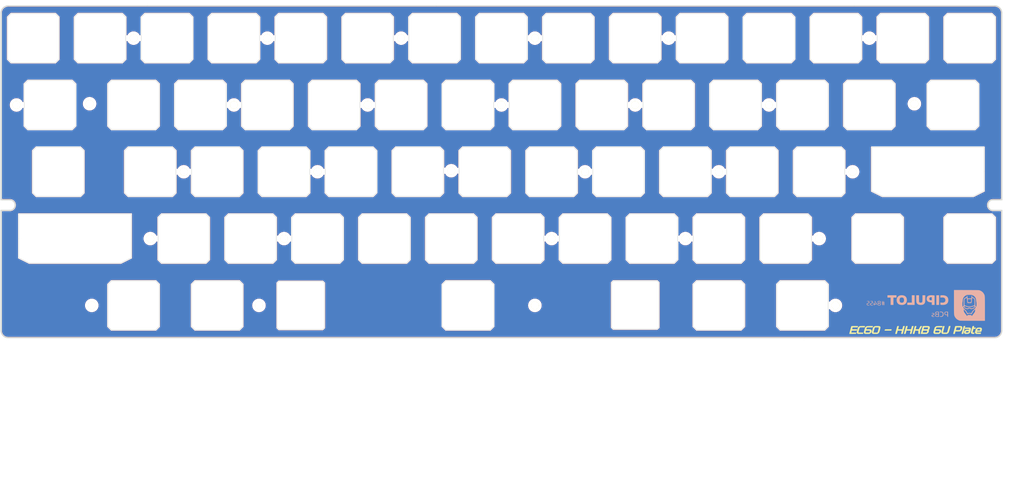
<source format=kicad_pcb>
(kicad_pcb (version 20211014) (generator pcbnew)
  (title_block (title "EC60 - HHKB 6U Plate") (date "2022-08-27") (rev "1.1") (company "Cipulot PCB Design") (comment 2 "Cipulot"))
  (layers (0 "F.Cu" signal) (31 "B.Cu" signal) (34 "B.Paste" user) (35 "F.Paste" user) (36 "B.SilkS" user "B.Silkscreen") (37 "F.SilkS" user "F.Silkscreen") (38 "B.Mask" user) (39 "F.Mask" user) (44 "Edge.Cuts" user))
  (net 0 "")
  (footprint "cipulot_parts:plate_cut_ecs_pad" (layer "F.Cu") (at 300.037704 189.30966)
    (fp_text reference "SW30")
    (fp_text value "EC_SW" hide)
    (fp_line (start -6.3 -7) (end -7.3 -6) (layer "Edge.Cuts") (width 0.12))
    (fp_line (start -7.3 -6) (end -7.3 6) (layer "Edge.Cuts") (width 0.12))
    (fp_line (start 6.3 -7) (end 7.3 -6) (layer "Edge.Cuts") (width 0.12))
    (fp_line (start 7.3 6) (end 7.3 -6) (layer "Edge.Cuts") (width 0.12))
    (fp_line (start -6.3 7) (end 6.3 7) (layer "Edge.Cuts") (width 0.12))
    (fp_line (start -7.3 6) (end -6.3 7) (layer "Edge.Cuts") (width 0.12))
    (fp_line (start 6.3 -7) (end -6.3 -7) (layer "Edge.Cuts") (width 0.12))
    (fp_line (start 6.3 7) (end 7.3 6) (layer "Edge.Cuts") (width 0.12))
  )
  (footprint "cipulot_parts:plate_cut_ecs_pad" (layer "F.Cu") (at 280.987704 132.15966)
    (fp_text reference "SW28")
    (fp_text value "EC_SW" hide)
    (fp_line (start 6.3 7) (end 7.3 6) (layer "Edge.Cuts") (width 0.12))
    (fp_line (start 6.3 -7) (end -6.3 -7) (layer "Edge.Cuts") (width 0.12))
    (fp_line (start -7.3 6) (end -6.3 7) (layer "Edge.Cuts") (width 0.12))
    (fp_line (start -7.3 -6) (end -7.3 6) (layer "Edge.Cuts") (width 0.12))
    (fp_line (start -6.3 -7) (end -7.3 -6) (layer "Edge.Cuts") (width 0.12))
    (fp_line (start 7.3 6) (end 7.3 -6) (layer "Edge.Cuts") (width 0.12))
    (fp_line (start 6.3 -7) (end 7.3 -6) (layer "Edge.Cuts") (width 0.12))
    (fp_line (start -6.3 7) (end 6.3 7) (layer "Edge.Cuts") (width 0.12))
  )
  (footprint "cipulot_parts:plate_cut_ecs_pad" (layer "F.Cu") (at 100.012704 113.10966)
    (fp_text reference "SW3")
    (fp_text value "EC_SW" hide)
    (fp_line (start 6.3 7) (end 7.3 6) (layer "Edge.Cuts") (width 0.12))
    (fp_line (start -7.3 -6) (end -7.3 6) (layer "Edge.Cuts") (width 0.12))
    (fp_line (start 6.3 -7) (end 7.3 -6) (layer "Edge.Cuts") (width 0.12))
    (fp_line (start 7.3 6) (end 7.3 -6) (layer "Edge.Cuts") (width 0.12))
    (fp_line (start -7.3 6) (end -6.3 7) (layer "Edge.Cuts") (width 0.12))
    (fp_line (start -6.3 -7) (end -7.3 -6) (layer "Edge.Cuts") (width 0.12))
    (fp_line (start 6.3 -7) (end -6.3 -7) (layer "Edge.Cuts") (width 0.12))
    (fp_line (start -6.3 7) (end 6.3 7) (layer "Edge.Cuts") (width 0.12))
  )
  (footprint "cipulot_parts:plate_cut_ecs_pad" (layer "F.Cu") (at 147.637704 132.15966)
    (fp_text reference "SW21")
    (fp_text value "EC_SW" hide)
    (fp_line (start 6.3 -7) (end -6.3 -7) (layer "Edge.Cuts") (width 0.12))
    (fp_line (start -7.3 -6) (end -7.3 6) (layer "Edge.Cuts") (width 0.12))
    (fp_line (start -7.3 6) (end -6.3 7) (layer "Edge.Cuts") (width 0.12))
    (fp_line (start 6.3 -7) (end 7.3 -6) (layer "Edge.Cuts") (width 0.12))
    (fp_line (start -6.3 -7) (end -7.3 -6) (layer "Edge.Cuts") (width 0.12))
    (fp_line (start -6.3 7) (end 6.3 7) (layer "Edge.Cuts") (width 0.12))
    (fp_line (start 7.3 6) (end 7.3 -6) (layer "Edge.Cuts") (width 0.12))
    (fp_line (start 6.3 7) (end 7.3 6) (layer "Edge.Cuts") (width 0.12))
  )
  (footprint "" (layer "F.Cu") (at 261.937704 113.10966)
    (fp_text reference "")
    (fp_text value "")
  )
  (footprint "cipulot_parts:plate_cut_ecs_pad" (layer "F.Cu") (at 271.462704 113.10966)
    (fp_text reference "SW12")
    (fp_text value "EC_SW" hide)
    (fp_line (start 6.3 -7) (end 7.3 -6) (layer "Edge.Cuts") (width 0.12))
    (fp_line (start -6.3 -7) (end -7.3 -6) (layer "Edge.Cuts") (width 0.12))
    (fp_line (start -7.3 -6) (end -7.3 6) (layer "Edge.Cuts") (width 0.12))
    (fp_line (start -7.3 6) (end -6.3 7) (layer "Edge.Cuts") (width 0.12))
    (fp_line (start -6.3 7) (end 6.3 7) (layer "Edge.Cuts") (width 0.12))
    (fp_line (start 6.3 -7) (end -6.3 -7) (layer "Edge.Cuts") (width 0.12))
    (fp_line (start 7.3 6) (end 7.3 -6) (layer "Edge.Cuts") (width 0.12))
    (fp_line (start 6.3 7) (end 7.3 6) (layer "Edge.Cuts") (width 0.12))
  )
  (footprint "cipulot_parts:plate_cut_ecs_pad" (layer "F.Cu") (at 109.537704 132.15966)
    (fp_text reference "SW19")
    (fp_text value "EC_SW" hide)
    (fp_line (start 6.3 -7) (end -6.3 -7) (layer "Edge.Cuts") (width 0.12))
    (fp_line (start 6.3 7) (end 7.3 6) (layer "Edge.Cuts") (width 0.12))
    (fp_line (start 6.3 -7) (end 7.3 -6) (layer "Edge.Cuts") (width 0.12))
    (fp_line (start -7.3 6) (end -6.3 7) (layer "Edge.Cuts") (width 0.12))
    (fp_line (start -6.3 -7) (end -7.3 -6) (layer "Edge.Cuts") (width 0.12))
    (fp_line (start -6.3 7) (end 6.3 7) (layer "Edge.Cuts") (width 0.12))
    (fp_line (start -7.3 -6) (end -7.3 6) (layer "Edge.Cuts") (width 0.12))
    (fp_line (start 7.3 6) (end 7.3 -6) (layer "Edge.Cuts") (width 0.12))
  )
  (footprint "cipulot_parts:plate_cut_ecs_pad" (layer "F.Cu") (at 214.312704 113.10966)
    (fp_text reference "SW9")
    (fp_text value "EC_SW" hide)
    (fp_line (start 6.3 -7) (end 7.3 -6) (layer "Edge.Cuts") (width 0.12))
    (fp_line (start -6.3 -7) (end -7.3 -6) (layer "Edge.Cuts") (width 0.12))
    (fp_line (start 6.3 -7) (end -6.3 -7) (layer "Edge.Cuts") (width 0.12))
    (fp_line (start -7.3 6) (end -6.3 7) (layer "Edge.Cuts") (width 0.12))
    (fp_line (start 6.3 7) (end 7.3 6) (layer "Edge.Cuts") (width 0.12))
    (fp_line (start 7.3 6) (end 7.3 -6) (layer "Edge.Cuts") (width 0.12))
    (fp_line (start -7.3 -6) (end -7.3 6) (layer "Edge.Cuts") (width 0.12))
    (fp_line (start -6.3 7) (end 6.3 7) (layer "Edge.Cuts") (width 0.12))
  )
  (footprint "" (layer "F.Cu") (at 252.412704 132.15966)
    (fp_text reference "")
    (fp_text value "")
  )
  (footprint "cipulot_parts:plate_cut_ecs_pad" (layer "F.Cu") (at 195.262704 113.10966)
    (fp_text reference "SW8")
    (fp_text value "EC_SW" hide)
    (fp_line (start -7.3 6) (end -6.3 7) (layer "Edge.Cuts") (width 0.12))
    (fp_line (start 7.3 6) (end 7.3 -6) (layer "Edge.Cuts") (width 0.12))
    (fp_line (start -6.3 -7) (end -7.3 -6) (layer "Edge.Cuts") (width 0.12))
    (fp_line (start -6.3 7) (end 6.3 7) (layer "Edge.Cuts") (width 0.12))
    (fp_line (start 6.3 -7) (end -6.3 -7) (layer "Edge.Cuts") (width 0.12))
    (fp_line (start 6.3 -7) (end 7.3 -6) (layer "Edge.Cuts") (width 0.12))
    (fp_line (start 6.3 7) (end 7.3 6) (layer "Edge.Cuts") (width 0.12))
    (fp_line (start -7.3 -6) (end -7.3 6) (layer "Edge.Cuts") (width 0.12))
  )
  (footprint "cipulot_parts:plate_cut_ecs_pad" (layer "F.Cu") (at 176.212704 113.10966)
    (fp_text reference "SW7")
    (fp_text value "EC_SW" hide)
    (fp_line (start 6.3 -7) (end 7.3 -6) (layer "Edge.Cuts") (width 0.12))
    (fp_line (start 6.3 -7) (end -6.3 -7) (layer "Edge.Cuts") (width 0.12))
    (fp_line (start 6.3 7) (end 7.3 6) (layer "Edge.Cuts") (width 0.12))
    (fp_line (start -6.3 -7) (end -7.3 -6) (layer "Edge.Cuts") (width 0.12))
    (fp_line (start -7.3 6) (end -6.3 7) (layer "Edge.Cuts") (width 0.12))
    (fp_line (start -6.3 7) (end 6.3 7) (layer "Edge.Cuts") (width 0.12))
    (fp_line (start 7.3 6) (end 7.3 -6) (layer "Edge.Cuts") (width 0.12))
    (fp_line (start -7.3 -6) (end -7.3 6) (layer "Edge.Cuts") (width 0.12))
  )
  (footprint "" (layer "F.Cu") (at 266.700204 170.25966)
    (fp_text reference "")
    (fp_text value "")
  )
  (footprint "cipulot_parts:plate_cut_ecs_pad" (layer "F.Cu") (at 209.550204 151.20966)
    (fp_text reference "SW39")
    (fp_text value "EC_SW" hide)
    (fp_line (start 6.3 7) (end 7.3 6) (layer "Edge.Cuts") (width 0.12))
    (fp_line (start -6.3 -7) (end -7.3 -6) (layer "Edge.Cuts") (width 0.12))
    (fp_line (start 7.3 6) (end 7.3 -6) (layer "Edge.Cuts") (width 0.12))
    (fp_line (start -7.3 -6) (end -7.3 6) (layer "Edge.Cuts") (width 0.12))
    (fp_line (start 6.3 -7) (end -6.3 -7) (layer "Edge.Cuts") (width 0.12))
    (fp_line (start 6.3 -7) (end 7.3 -6) (layer "Edge.Cuts") (width 0.12))
    (fp_line (start -7.3 6) (end -6.3 7) (layer "Edge.Cuts") (width 0.12))
    (fp_line (start -6.3 7) (end 6.3 7) (layer "Edge.Cuts") (width 0.12))
  )
  (footprint "cipulot_parts:plate_cut_ecs_pad" (layer "F.Cu") (at 266.700204 151.20966)
    (fp_text reference "SW42")
    (fp_text value "EC_SW" hide)
    (fp_line (start -6.3 7) (end 6.3 7) (layer "Edge.Cuts") (width 0.12))
    (fp_line (start 7.3 6) (end 7.3 -6) (layer "Edge.Cuts") (width 0.12))
    (fp_line (start 6.3 -7) (end 7.3 -6) (layer "Edge.Cuts") (width 0.12))
    (fp_line (start 6.3 7) (end 7.3 6) (layer "Edge.Cuts") (width 0.12))
    (fp_line (start -6.3 -7) (end -7.3 -6) (layer "Edge.Cuts") (width 0.12))
    (fp_line (start 6.3 -7) (end -6.3 -7) (layer "Edge.Cuts") (width 0.12))
    (fp_line (start -7.3 6) (end -6.3 7) (layer "Edge.Cuts") (width 0.12))
    (fp_line (start -7.3 -6) (end -7.3 6) (layer "Edge.Cuts") (width 0.12))
  )
  (footprint "cipulot_parts:plate_cut_ecs_pad" (layer "F.Cu") (at 109.537704 189.30966)
    (fp_text reference "SW64")
    (fp_text value "EC_SW" hide)
    (fp_line (start -6.3 -7) (end -7.3 -6) (layer "Edge.Cuts") (width 0.12))
    (fp_line (start 7.3 6) (end 7.3 -6) (layer "Edge.Cuts") (width 0.12))
    (fp_line (start 6.3 -7) (end -6.3 -7) (layer "Edge.Cuts") (width 0.12))
    (fp_line (start 6.3 -7) (end 7.3 -6) (layer "Edge.Cuts") (width 0.12))
    (fp_line (start 6.3 7) (end 7.3 6) (layer "Edge.Cuts") (width 0.12))
    (fp_line (start -6.3 7) (end 6.3 7) (layer "Edge.Cuts") (width 0.12))
    (fp_line (start -7.3 -6) (end -7.3 6) (layer "Edge.Cuts") (width 0.12))
    (fp_line (start -7.3 6) (end -6.3 7) (layer "Edge.Cuts") (width 0.12))
  )
  (footprint "cipulot_parts:plate_cut_ecs_pad" (layer "F.Cu") (at 252.412704 113.10966)
    (fp_text reference "SW11")
    (fp_text value "EC_SW" hide)
    (fp_line (start 7.3 6) (end 7.3 -6) (layer "Edge.Cuts") (width 0.12))
    (fp_line (start -6.3 -7) (end -7.3 -6) (layer "Edge.Cuts") (width 0.12))
    (fp_line (start 6.3 -7) (end -6.3 -7) (layer "Edge.Cuts") (width 0.12))
    (fp_line (start 6.3 7) (end 7.3 6) (layer "Edge.Cuts") (width 0.12))
    (fp_line (start -7.3 -6) (end -7.3 6) (layer "Edge.Cuts") (width 0.12))
    (fp_line (start 6.3 -7) (end 7.3 -6) (layer "Edge.Cuts") (width 0.12))
    (fp_line (start -7.3 6) (end -6.3 7) (layer "Edge.Cuts") (width 0.12))
    (fp_line (start -6.3 7) (end 6.3 7) (layer "Edge.Cuts") (width 0.12))
  )
  (footprint "cipulot_parts:plate_cut_ecs_pad" (layer "F.Cu") (at 85.725204 132.15966)
    (fp_text reference "SW18")
    (fp_text value "EC_SW" hide)
    (fp_line (start -7.3 6) (end -6.3 7) (layer "Edge.Cuts") (width 0.12))
    (fp_line (start -7.3 -6) (end -7.3 6) (layer "Edge.Cuts") (width 0.12))
    (fp_line (start -6.3 7) (end 6.3 7) (layer "Edge.Cuts") (width 0.12))
    (fp_line (start 6.3 -7) (end 7.3 -6) (layer "Edge.Cuts") (width 0.12))
    (fp_line (start 6.3 7) (end 7.3 6) (layer "Edge.Cuts") (width 0.12))
    (fp_line (start 7.3 6) (end 7.3 -6) (layer "Edge.Cuts") (width 0.12))
    (fp_line (start -6.3 -7) (end -7.3 -6) (layer "Edge.Cuts") (width 0.12))
    (fp_line (start 6.3 -7) (end -6.3 -7) (layer "Edge.Cuts") (width 0.12))
  )
  (footprint "cipulot_parts:plate_cut_ecs_pad" (layer "F.Cu") (at 228.600204 151.20966)
    (fp_text reference "SW40")
    (fp_text value "EC_SW" hide)
    (fp_line (start -7.3 -6) (end -7.3 6) (layer "Edge.Cuts") (width 0.12))
    (fp_line (start -7.3 6) (end -6.3 7) (layer "Edge.Cuts") (width 0.12))
    (fp_line (start 6.3 -7) (end -6.3 -7) (layer "Edge.Cuts") (width 0.12))
    (fp_line (start 7.3 6) (end 7.3 -6) (layer "Edge.Cuts") (width 0.12))
    (fp_line (start -6.3 7) (end 6.3 7) (layer "Edge.Cuts") (width 0.12))
    (fp_line (start 6.3 -7) (end 7.3 -6) (layer "Edge.Cuts") (width 0.12))
    (fp_line (start -6.3 -7) (end -7.3 -6) (layer "Edge.Cuts") (width 0.12))
    (fp_line (start 6.3 7) (end 7.3 6) (layer "Edge.Cuts") (width 0.12))
  )
  (footprint "cipulot_parts:plate_cut_ecs_pad" (layer "F.Cu") (at 138.112704 113.10966)
    (fp_text reference "SW5")
    (fp_text value "EC_SW" hide)
    (fp_line (start -6.3 7) (end 6.3 7) (layer "Edge.Cuts") (width 0.12))
    (fp_line (start 6.3 -7) (end -6.3 -7) (layer "Edge.Cuts") (width 0.12))
    (fp_line (start -7.3 -6) (end -7.3 6) (layer "Edge.Cuts") (width 0.12))
    (fp_line (start 6.3 -7) (end 7.3 -6) (layer "Edge.Cuts") (width 0.12))
    (fp_line (start -7.3 6) (end -6.3 7) (layer "Edge.Cuts") (width 0.12))
    (fp_line (start -6.3 -7) (end -7.3 -6) (layer "Edge.Cuts") (width 0.12))
    (fp_line (start 7.3 6) (end 7.3 -6) (layer "Edge.Cuts") (width 0.12))
    (fp_line (start 6.3 7) (end 7.3 6) (layer "Edge.Cuts") (width 0.12))
  )
  (footprint "" (layer "F.Cu") (at 147.637704 113.10966)
    (fp_text reference "")
    (fp_text value "")
  )
  (footprint "cipulot_parts:plate_cut_ecs_pad" (layer "F.Cu") (at 290.512704 113.10966)
    (fp_text reference "SW13")
    (fp_text value "EC_SW" hide)
    (fp_line (start -6.3 -7) (end -7.3 -6) (layer "Edge.Cuts") (width 0.12))
    (fp_line (start 6.3 -7) (end -6.3 -7) (layer "Edge.Cuts") (width 0.12))
    (fp_line (start -6.3 7) (end 6.3 7) (layer "Edge.Cuts") (width 0.12))
    (fp_line (start 7.3 6) (end 7.3 -6) (layer "Edge.Cuts") (width 0.12))
    (fp_line (start 6.3 -7) (end 7.3 -6) (layer "Edge.Cuts") (width 0.12))
    (fp_line (start 6.3 7) (end 7.3 6) (layer "Edge.Cuts") (width 0.12))
    (fp_line (start -7.3 -6) (end -7.3 6) (layer "Edge.Cuts") (width 0.12))
    (fp_line (start -7.3 6) (end -6.3 7) (layer "Edge.Cuts") (width 0.12))
  )
  (footprint "cipulot_parts:plate_cut_ecs_pad" (layer "F.Cu") (at 295.275204 170.25966)
    (fp_text reference "SW59")
    (fp_text value "EC_SW" hide)
    (fp_line (start -6.3 7) (end 6.3 7) (layer "Edge.Cuts") (width 0.12))
    (fp_line (start -7.3 -6) (end -7.3 6) (layer "Edge.Cuts") (width 0.12))
    (fp_line (start 6.3 7) (end 7.3 6) (layer "Edge.Cuts") (width 0.12))
    (fp_line (start 7.3 6) (end 7.3 -6) (layer "Edge.Cuts") (width 0.12))
    (fp_line (start -7.3 6) (end -6.3 7) (layer "Edge.Cuts") (width 0.12))
    (fp_line (start -6.3 -7) (end -7.3 -6) (layer "Edge.Cuts") (width 0.12))
    (fp_line (start 6.3 -7) (end 7.3 -6) (layer "Edge.Cuts") (width 0.12))
    (fp_line (start 6.3 -7) (end -6.3 -7) (layer "Edge.Cuts") (width 0.12))
  )
  (footprint "" (layer "F.Cu") (at 97.631468 189.30966)
    (fp_text reference "")
    (fp_text value "")
  )
  (footprint "" (layer "F.Cu") (at 276.225204 151.20966)
    (fp_text reference "")
    (fp_text value "")
  )
  (footprint "cipulot_parts:plate_cut_wide_ecs_pad" (layer "F.Cu") (at 335.756454 151.20966)
    (fp_text reference "SW32")
    (fp_text value "ISO_Enter" hide)
    (fp_line (start 16 0) (end 16 5.5) (layer "Edge.Cuts") (width 0.12))
    (fp_line (start 13 7) (end -13 7) (layer "Edge.Cuts") (width 0.12))
    (fp_line (start 16 5.5) (end 13 7) (layer "Edge.Cuts") (width 0.12))
    (fp_line (start -16 0) (end -16 5.5) (layer "Edge.Cuts") (width 0.12))
    (fp_line (start -16 0) (end -16 -7) (layer "Edge.Cuts") (width 0.12))
    (fp_line (start -16 -7) (end 16 -7) (layer "Edge.Cuts") (width 0.12))
    (fp_line (start 16 -7) (end 16 0) (layer "Edge.Cuts") (width 0.12))
    (fp_line (start -16 5.5) (end -13 7) (layer "Edge.Cuts") (width 0.12))
  )
  (footprint "" (layer "F.Cu") (at 123.825204 151.20966)
    (fp_text reference "")
    (fp_text value "")
  )
  (footprint "cipulot_parts:plate_cut_ecs_pad" (layer "F.Cu") (at 142.875204 170.25966)
    (fp_text reference "SW51")
    (fp_text value "EC_SW" hide)
    (fp_line (start 7.3 6) (end 7.3 -6) (layer "Edge.Cuts") (width 0.12))
    (fp_line (start -7.3 6) (end -6.3 7) (layer "Edge.Cuts") (width 0.12))
    (fp_line (start 6.3 -7) (end 7.3 -6) (layer "Edge.Cuts") (width 0.12))
    (fp_line (start -6.3 7) (end 6.3 7) (layer "Edge.Cuts") (width 0.12))
    (fp_line (start 6.3 -7) (end -6.3 -7) (layer "Edge.Cuts") (width 0.12))
    (fp_line (start 6.3 7) (end 7.3 6) (layer "Edge.Cuts") (width 0.12))
    (fp_line (start -7.3 -6) (end -7.3 6) (layer "Edge.Cuts") (width 0.12))
    (fp_line (start -6.3 -7) (end -7.3 -6) (layer "Edge.Cuts") (width 0.12))
  )
  (footprint "cipulot_parts:plate_cut_ecs_pad" (layer "F.Cu") (at 200.025204 170.25966)
    (fp_text reference "SW54")
    (fp_text value "EC_SW" hide)
    (fp_line (start -6.3 7) (end 6.3 7) (layer "Edge.Cuts") (width 0.12))
    (fp_line (start -7.3 6) (end -6.3 7) (layer "Edge.Cuts") (width 0.12))
    (fp_line (start -6.3 -7) (end -7.3 -6) (layer "Edge.Cuts") (width 0.12))
    (fp_line (start 6.3 -7) (end 7.3 -6) (layer "Edge.Cuts") (width 0.12))
    (fp_line (start 7.3 6) (end 7.3 -6) (layer "Edge.Cuts") (width 0.12))
    (fp_line (start -7.3 -6) (end -7.3 6) (layer "Edge.Cuts") (width 0.12))
    (fp_line (start 6.3 -7) (end -6.3 -7) (layer "Edge.Cuts") (width 0.12))
    (fp_line (start 6.3 7) (end 7.3 6) (layer "Edge.Cuts") (width 0.12))
  )
  (footprint "cipulot_parts:plate_cut_ecs_pad" (layer "F.Cu") (at 180.975204 170.25966)
    (fp_text reference "SW53")
    (fp_text value "EC_SW" hide)
    (fp_line (start 6.3 -7) (end -6.3 -7) (layer "Edge.Cuts") (width 0.12))
    (fp_line (start -7.3 -6) (end -7.3 6) (layer "Edge.Cuts") (width 0.12))
    (fp_line (start 6.3 7) (end 7.3 6) (layer "Edge.Cuts") (width 0.12))
    (fp_line (start -6.3 7) (end 6.3 7) (layer "Edge.Cuts") (width 0.12))
    (fp_line (start -6.3 -7) (end -7.3 -6) (layer "Edge.Cuts") (width 0.12))
    (fp_line (start -7.3 6) (end -6.3 7) (layer "Edge.Cuts") (width 0.12))
    (fp_line (start 7.3 6) (end 7.3 -6) (layer "Edge.Cuts") (width 0.12))
    (fp_line (start 6.3 -7) (end 7.3 -6) (layer "Edge.Cuts") (width 0.12))
  )
  (footprint "cipulot_parts:plate_cut_ecs_pad" (layer "F.Cu") (at 161.925204 170.25966)
    (fp_text reference "SW52")
    (fp_text value "EC_SW" hide)
    (fp_line (start 7.3 6) (end 7.3 -6) (layer "Edge.Cuts") (width 0.12))
    (fp_line (start -7.3 6) (end -6.3 7) (layer "Edge.Cuts") (width 0.12))
    (fp_line (start 6.3 -7) (end -6.3 -7) (layer "Edge.Cuts") (width 0.12))
    (fp_line (start -6.3 7) (end 6.3 7) (layer "Edge.Cuts") (width 0.12))
    (fp_line (start -6.3 -7) (end -7.3 -6) (layer "Edge.Cuts") (width 0.12))
    (fp_line (start 6.3 -7) (end 7.3 -6) (layer "Edge.Cuts") (width 0.12))
    (fp_line (start 6.3 7) (end 7.3 6) (layer "Edge.Cuts") (width 0.12))
    (fp_line (start -7.3 -6) (end -7.3 6) (layer "Edge.Cuts") (width 0.12))
  )
  (footprint "cipulot_parts:plate_cut_ecs_pad" (layer "F.Cu") (at 133.350204 151.20966)
    (fp_text reference "SW35")
    (fp_text value "EC_SW" hide)
    (fp_line (start -7.3 6) (end -6.3 7) (layer "Edge.Cuts") (width 0.12))
    (fp_line (start 6.3 7) (end 7.3 6) (layer "Edge.Cuts") (width 0.12))
    (fp_line (start 6.3 -7) (end -6.3 -7) (layer "Edge.Cuts") (width 0.12))
    (fp_line (start 6.3 -7) (end 7.3 -6) (layer "Edge.Cuts") (width 0.12))
    (fp_line (start -7.3 -6) (end -7.3 6) (layer "Edge.Cuts") (width 0.12))
    (fp_line (start -6.3 7) (end 6.3 7) (layer "Edge.Cuts") (width 0.12))
    (fp_line (start 7.3 6) (end 7.3 -6) (layer "Edge.Cuts") (width 0.12))
    (fp_line (start -6.3 -7) (end -7.3 -6) (layer "Edge.Cuts") (width 0.12))
  )
  (footprint "" (layer "F.Cu") (at 228.600204 170.25966)
    (fp_text reference "")
    (fp_text value "")
  )
  (footprint "cipulot_parts:plate_cut_ecs_pad" (layer "F.Cu") (at 128.587704 132.15966)
    (fp_text reference "SW20")
    (fp_text value "EC_SW" hide)
    (fp_line (start 7.3 6) (end 7.3 -6) (layer "Edge.Cuts") (width 0.12))
    (fp_line (start 6.3 -7) (end 7.3 -6) (layer "Edge.Cuts") (width 0.12))
    (fp_line (start -7.3 -6) (end -7.3 6) (layer "Edge.Cuts") (width 0.12))
    (fp_line (start -6.3 7) (end 6.3 7) (layer "Edge.Cuts") (width 0.12))
    (fp_line (start 6.3 7) (end 7.3 6) (layer "Edge.Cuts") (width 0.12))
    (fp_line (start -6.3 -7) (end -7.3 -6) (layer "Edge.Cuts") (width 0.12))
    (fp_line (start -7.3 6) (end -6.3 7) (layer "Edge.Cuts") (width 0.12))
    (fp_line (start 6.3 -7) (end -6.3 -7) (layer "Edge.Cuts") (width 0.12))
  )
  (footprint "cipulot_parts:plate_cut_ecs_pad" (layer "F.Cu") (at 171.450204 151.20966)
    (fp_text reference "SW37")
    (fp_text value "EC_SW" hide)
    (fp_line (start 7.3 6) (end 7.3 -6) (layer "Edge.Cuts") (width 0.12))
    (fp_line (start 6.3 7) (end 7.3 6) (layer "Edge.Cuts") (width 0.12))
    (fp_line (start 6.3 -7) (end -6.3 -7) (layer "Edge.Cuts") (width 0.12))
    (fp_line (start -6.3 7) (end 6.3 7) (layer "Edge.Cuts") (width 0.12))
    (fp_line (start 6.3 -7) (end 7.3 -6) (layer "Edge.Cuts") (width 0.12))
    (fp_line (start -7.3 -6) (end -7.3 6) (layer "Edge.Cuts") (width 0.12))
    (fp_line (start -6.3 -7) (end -7.3 -6) (layer "Edge.Cuts") (width 0.12))
    (fp_line (start -7.3 6) (end -6.3 7) (layer "Edge.Cuts") (width 0.12))
  )
  (footprint "" (layer "F.Cu") (at 76.200204 132.15966)
    (fp_text reference "")
    (fp_text value "")
  )
  (footprint "" (layer "F.Cu") (at 114.300204 170.25966)
    (fp_text reference "")
    (fp_text value "")
  )
  (footprint "cipulot_parts:plate_cut_ecs_pad" (layer "F.Cu") (at 190.500204 151.20966)
    (fp_text reference "SW38")
    (fp_text value "EC_SW" hide)
    (fp_line (start -6.3 -7) (end -7.3 -6) (layer "Edge.Cuts") (width 0.12))
    (fp_line (start -7.3 -6) (end -7.3 6) (layer "Edge.Cuts") (width 0.12))
    (fp_line (start -7.3 6) (end -6.3 7) (layer "Edge.Cuts") (width 0.12))
    (fp_line (start -6.3 7) (end 6.3 7) (layer "Edge.Cuts") (width 0.12))
    (fp_line (start 6.3 -7) (end -6.3 -7) (layer "Edge.Cuts") (width 0.12))
    (fp_line (start 6.3 7) (end 7.3 6) (layer "Edge.Cuts") (width 0.12))
    (fp_line (start 7.3 6) (end 7.3 -6) (layer "Edge.Cuts") (width 0.12))
    (fp_line (start 6.3 -7) (end 7.3 -6) (layer "Edge.Cuts") (width 0.12))
  )
  (footprint "cipulot_parts:plate_cut_ecs_pad" (layer "F.Cu") (at 321.468954 170.25966)
    (fp_text reference "SW30")
    (fp_text value "EC_SW" hide)
    (fp_line (start -6.3 -7) (end -7.3 -6) (layer "Edge.Cuts") (width 0.12))
    (fp_line (start -7.3 6) (end -6.3 7) (layer "Edge.Cuts") (width 0.12))
    (fp_line (start 6.3 -7) (end 7.3 -6) (layer "Edge.Cuts") (width 0.12))
    (fp_line (start -6.3 7) (end 6.3 7) (layer "Edge.Cuts") (width 0.12))
    (fp_line (start -7.3 -6) (end -7.3 6) (layer "Edge.Cuts") (width 0.12))
    (fp_line (start 6.3 -7) (end -6.3 -7) (layer "Edge.Cuts") (width 0.12))
    (fp_line (start 6.3 7) (end 7.3 6) (layer "Edge.Cuts") (width 0.12))
    (fp_line (start 7.3 6) (end 7.3 -6) (layer "Edge.Cuts") (width 0.12))
  )
  (footprint "cipulot_parts:plate_cut_ecs_pad" (layer "F.Cu") (at 119.062704 113.10966)
    (fp_text reference "SW4")
    (fp_text value "EC_SW" hide)
    (fp_line (start -6.3 7) (end 6.3 7) (layer "Edge.Cuts") (width 0.12))
    (fp_line (start 7.3 6) (end 7.3 -6) (layer "Edge.Cuts") (width 0.12))
    (fp_line (start -6.3 -7) (end -7.3 -6) (layer "Edge.Cuts") (width 0.12))
    (fp_line (start 6.3 7) (end 7.3 6) (layer "Edge.Cuts") (width 0.12))
    (fp_line (start -7.3 6) (end -6.3 7) (layer "Edge.Cuts") (width 0.12))
    (fp_line (start -7.3 -6) (end -7.3 6) (layer "Edge.Cuts") (width 0.12))
    (fp_line (start 6.3 -7) (end 7.3 -6) (layer "Edge.Cuts") (width 0.12))
    (fp_line (start 6.3 -7) (end -6.3 -7) (layer "Edge.Cuts") (width 0.12))
  )
  (footprint "cipulot_parts:plate_cut_ecs_pad" (layer "F.Cu") (at 276.225204 189.30966)
    (fp_text reference "SW30")
    (fp_text value "EC_SW" hide)
    (fp_line (start 6.3 -7) (end 7.3 -6) (layer "Edge.Cuts") (width 0.12))
    (fp_line (start -6.3 -7) (end -7.3 -6) (layer "Edge.Cuts") (width 0.12))
    (fp_line (start -6.3 7) (end 6.3 7) (layer "Edge.Cuts") (width 0.12))
    (fp_line (start 6.3 7) (end 7.3 6) (layer "Edge.Cuts") (width 0.12))
    (fp_line (start 7.3 6) (end 7.3 -6) (layer "Edge.Cuts") (width 0.12))
    (fp_line (start -7.3 6) (end -6.3 7) (layer "Edge.Cuts") (width 0.12))
    (fp_line (start 6.3 -7) (end -6.3 -7) (layer "Edge.Cuts") (width 0.12))
    (fp_line (start -7.3 -6) (end -7.3 6) (layer "Edge.Cuts") (width 0.12))
  )
  (footprint "cipulot_parts:plate_cut_ecs_pad" (layer "F.Cu") (at 152.400204 151.20966)
    (fp_text reference "SW36")
    (fp_text value "EC_SW" hide)
    (fp_line (start -6.3 7) (end 6.3 7) (layer "Edge.Cuts") (width 0.12))
    (fp_line (start -7.3 -6) (end -7.3 6) (layer "Edge.Cuts") (width 0.12))
    (fp_line (start 6.3 -7) (end -6.3 -7) (layer "Edge.Cuts") (width 0.12))
    (fp_line (start -6.3 -7) (end -7.3 -6) (layer "Edge.Cuts") (width 0.12))
    (fp_line (start 6.3 -7) (end 7.3 -6) (layer "Edge.Cuts") (width 0.12))
    (fp_line (start -7.3 6) (end -6.3 7) (layer "Edge.Cuts") (width 0.12))
    (fp_line (start 6.3 7) (end 7.3 6) (layer "Edge.Cuts") (width 0.12))
    (fp_line (start 7.3 6) (end 7.3 -6) (layer "Edge.Cuts") (width 0.12))
  )
  (footprint "cipulot_parts:plate_cut_ecs_pad" (layer "F.Cu") (at 233.362704 113.10966)
    (fp_text reference "SW10")
    (fp_text value "EC_SW" hide)
    (fp_line (start -6.3 -7) (end -7.3 -6) (layer "Edge.Cuts") (width 0.12))
    (fp_line (start -6.3 7) (end 6.3 7) (layer "Edge.Cuts") (width 0.12))
    (fp_line (start 7.3 6) (end 7.3 -6) (layer "Edge.Cuts") (width 0.12))
    (fp_line (start 6.3 7) (end 7.3 6) (layer "Edge.Cuts") (width 0.12))
    (fp_line (start 6.3 -7) (end 7.3 -6) (layer "Edge.Cuts") (width 0.12))
    (fp_line (start -7.3 6) (end -6.3 7) (layer "Edge.Cuts") (width 0.12))
    (fp_line (start 6.3 -7) (end -6.3 -7) (layer "Edge.Cuts") (width 0.12))
    (fp_line (start -7.3 -6) (end -7.3 6) (layer "Edge.Cuts") (width 0.12))
  )
  (footprint "cipulot_parts:plate_cut_ecs_pad" (layer "F.Cu") (at 123.825204 170.25966)
    (fp_text reference "SW50")
    (fp_text value "EC_SW" hide)
    (fp_line (start -7.3 -6) (end -7.3 6) (layer "Edge.Cuts") (width 0.12))
    (fp_line (start 6.3 -7) (end 7.3 -6) (layer "Edge.Cuts") (width 0.12))
    (fp_line (start 6.3 7) (end 7.3 6) (layer "Edge.Cuts") (width 0.12))
    (fp_line (start 7.3 6) (end 7.3 -6) (layer "Edge.Cuts") (width 0.12))
    (fp_line (start 6.3 -7) (end -6.3 -7) (layer "Edge.Cuts") (width 0.12))
    (fp_line (start -6.3 -7) (end -7.3 -6) (layer "Edge.Cuts") (width 0.12))
    (fp_line (start -7.3 6) (end -6.3 7) (layer "Edge.Cuts") (width 0.12))
    (fp_line (start -6.3 7) (end 6.3 7) (layer "Edge.Cuts") (width 0.12))
  )
  (footprint "cipulot_parts:plate_cut_ecs_pad" (layer "F.Cu") (at 342.900204 132.15966)
    (fp_text reference "SW30")
    (fp_text value "EC_SW" hide)
    (fp_line (start 6.3 7) (end 7.3 6) (layer "Edge.Cuts") (width 0.12))
    (fp_line (start 6.3 -7) (end -6.3 -7) (layer "Edge.Cuts") (width 0.12))
    (fp_line (start 7.3 6) (end 7.3 -6) (layer "Edge.Cuts") (width 0.12))
    (fp_line (start -6.3 7) (end 6.3 7) (layer "Edge.Cuts") (width 0.12))
    (fp_line (start -6.3 -7) (end -7.3 -6) (layer "Edge.Cuts") (width 0.12))
    (fp_line (start -7.3 -6) (end -7.3 6) (layer "Edge.Cuts") (width 0.12))
    (fp_line (start -7.3 6) (end -6.3 7) (layer "Edge.Cuts") (width 0.12))
    (fp_line (start 6.3 -7) (end 7.3 -6) (layer "Edge.Cuts") (width 0.12))
  )
  (footprint "cipulot_parts:plate_cut_ecs_pad" (layer "F.Cu") (at 185.737704 132.15966)
    (fp_text reference "SW23")
    (fp_text value "EC_SW" hide)
    (fp_line (start -6.3 7) (end 6.3 7) (layer "Edge.Cuts") (width 0.12))
    (fp_line (start -7.3 6) (end -6.3 7) (layer "Edge.Cuts") (width 0.12))
    (fp_line (start 6.3 -7) (end -6.3 -7) (layer "Edge.Cuts") (width 0.12))
    (fp_line (start -7.3 -6) (end -7.3 6) (layer "Edge.Cuts") (width 0.12))
    (fp_line (start 6.3 7) (end 7.3 6) (layer "Edge.Cuts") (width 0.12))
    (fp_line (start -6.3 -7) (end -7.3 -6) (layer "Edge.Cuts") (width 0.12))
    (fp_line (start 6.3 -7) (end 7.3 -6) (layer "Edge.Cuts") (width 0.12))
    (fp_line (start 7.3 6) (end 7.3 -6) (layer "Edge.Cuts") (width 0.12))
  )
  (footprint "locallib:60_Outline-Modded-Extreme" (layer "F.Cu") (at 214.312704 151.20966)
    (fp_text reference "REF**" hide)
    (fp_text value "60_Outline" hide)
    (fp_line (start -140.5 -47.3) (end -100.801894 -47.3) (layer "Edge.Cuts") (width 0.3))
    (fp_line (start 100.501894 -47.3) (end -18.560606 -47.3) (layer "Edge.Cuts") (width 0.3))
    (fp_line (start 142.5 11) (end 142.5 45.3) (layer "Edge.Cuts") (width 0.3))
    (fp_line (start -142.5 8) (end -142.5 -45.3) (layer "Edge.Cuts") (width 0.3))
    (fp_line (start -140.5 47.3) (end -86.514394 47.3) (layer "Edge.Cuts") (width 0.3))
    (fp_line (start 140 8) (end 142.5 8) (layer "Edge.Cuts") (width 0.3))
    (fp_line (start 86.214395 47.3) (end 140.5 47.3) (layer "Edge.Cuts") (width 0.3))
    (fp_line (start 142.5 8) (end 142.5 -45.3) (layer "Edge.Cuts") (width 0.3))
    (fp_line (start -140 8) (end -142.5 8) (layer "Edge.Cuts") (width 0.3))
    (fp_line (start 140 11) (end 142.5 11) (layer "Edge.Cuts") (width 0.3))
    (fp_line (start -18.560606 -47.3) (end -100.801894 -47.3) (layer "Edge.Cuts") (width 0.3))
    (fp_line (start 86.214395 47.3) (end -86.514394 47.3) (layer "Edge.Cuts") (width 0.3))
    (fp_line (start 100.501894 -47.3) (end 140.5 -47.3) (layer "Edge.Cuts") (width 0.3))
    (fp_line (start -142.5 45.3) (end -142.5 11) (layer "Edge.Cuts") (width 0.3))
    (fp_line (start -140 11) (end -142.5 11) (layer "Edge.Cuts") (width 0.3))
    (fp_arc (start -140 8) (mid -138.93934 8.43934) (end -138.5 9.5) (layer "Edge.Cuts") (width 0.3))
    (fp_arc (start 138.5 9.5) (mid 138.93934 8.43934) (end 140 8) (layer "Edge.Cuts") (width 0.3))
    (fp_arc (start 140 11) (mid 138.93934 10.56066) (end 138.5 9.5) (layer "Edge.Cuts") (width 0.3))
    (fp_arc (start -140.5 47.3) (mid -141.914214 46.714214) (end -142.5 45.3) (layer "Edge.Cuts") (width 0.3))
    (fp_arc (start -142.5 -45.3) (mid -141.914214 -46.714214) (end -140.5 -47.3) (layer "Edge.Cuts") (width 0.3))
    (fp_arc (start 142.5 45.3) (mid 141.914214 46.714214) (end 140.5 47.3) (layer "Edge.Cuts") (width 0.3))
    (fp_arc (start 140.5 -47.3) (mid 141.914214 -46.714214) (end 142.5 -45.3) (layer "Edge.Cuts") (width 0.3))
    (fp_arc (start -138.5 9.5) (mid -138.93934 10.56066) (end -140 11) (layer "Edge.Cuts") (width 0.3))
  )
  (footprint "" (layer "F.Cu") (at 223.837704 113.10966)
    (fp_text reference "")
    (fp_text value "")
  )
  (footprint "cipulot_parts:plate_cut_ecs_pad" (layer "F.Cu") (at 204.787704 189.30966)
    (fp_text reference "SW30")
    (fp_text value "EC_SW" hide)
    (fp_line (start 6.3 -7) (end 7.3 -6) (layer "Edge.Cuts") (width 0.12))
    (fp_line (start -7.3 -6) (end -7.3 6) (layer "Edge.Cuts") (width 0.12))
    (fp_line (start -6.3 -7) (end -7.3 -6) (layer "Edge.Cuts") (width 0.12))
    (fp_line (start -6.3 7) (end 6.3 7) (layer "Edge.Cuts") (width 0.12))
    (fp_line (start -7.3 6) (end -6.3 7) (layer "Edge.Cuts") (width 0.12))
    (fp_line (start 6.3 -7) (end -6.3 -7) (layer "Edge.Cuts") (width 0.12))
    (fp_line (start 6.3 7) (end 7.3 6) (layer "Edge.Cuts") (width 0.12))
    (fp_line (start 7.3 6) (end 7.3 -6) (layer "Edge.Cuts") (width 0.12))
  )
  (footprint "" (layer "F.Cu") (at 185.737704 113.10966)
    (fp_text reference "")
    (fp_text value "")
  )
  (footprint "" (layer "F.Cu") (at 314.325204 151.20966)
    (fp_text reference "")
    (fp_text value "")
  )
  (footprint "LOGO" (layer "F.Cu") (at 332.26 196.30966)
    (fp_text reference "G***" hide)
    (fp_text value "LOGO" hide)
  )
  (footprint "" (layer "F.Cu") (at 304.800204 170.25966)
    (fp_text reference "")
    (fp_text value "")
  )
  (footprint "cipulot_parts:plate_cut_ecs_pad" (layer "F.Cu") (at 319.087704 132.15966)
    (fp_text reference "SW30")
    (fp_text value "EC_SW" hide)
    (fp_line (start -7.3 6) (end -6.3 7) (layer "Edge.Cuts") (width 0.12))
    (fp_line (start 6.3 7) (end 7.3 6) (layer "Edge.Cuts") (width 0.12))
    (fp_line (start -6.3 7) (end 6.3 7) (layer "Edge.Cuts") (width 0.12))
    (fp_line (start -6.3 -7) (end -7.3 -6) (layer "Edge.Cuts") (width 0.12))
    (fp_line (start 7.3 6) (end 7.3 -6) (layer "Edge.Cuts") (width 0.12))
    (fp_line (start 6.3 -7) (end -6.3 -7) (layer "Edge.Cuts") (width 0.12))
    (fp_line (start -7.3 -6) (end -7.3 6) (layer "Edge.Cuts") (width 0.12))
    (fp_line (start 6.3 -7) (end 7.3 -6) (layer "Edge.Cuts") (width 0.12))
  )
  (footprint "cipulot_parts:plate_cut_ecs_pad" (layer "F.Cu") (at 238.125204 170.25966)
    (fp_text reference "SW56")
    (fp_text value "EC_SW" hide)
    (fp_line (start 6.3 -7) (end 7.3 -6) (layer "Edge.Cuts") (width 0.12))
    (fp_line (start -7.3 6) (end -6.3 7) (layer "Edge.Cuts") (width 0.12))
    (fp_line (start -6.3 -7) (end -7.3 -6) (layer "Edge.Cuts") (width 0.12))
    (fp_line (start 6.3 7) (end 7.3 6) (layer "Edge.Cuts") (width 0.12))
    (fp_line (start 6.3 -7) (end -6.3 -7) (layer "Edge.Cuts") (width 0.12))
    (fp_line (start -6.3 7) (end 6.3 7) (layer "Edge.Cuts") (width 0.12))
    (fp_line (start 7.3 6) (end 7.3 -6) (layer "Edge.Cuts") (width 0.12))
    (fp_line (start -7.3 -6) (end -7.3 6) (layer "Edge.Cuts") (width 0.12))
  )
  (footprint "cipulot_parts:plate_cut_ecs_pad" (layer "F.Cu") (at 347.662704 170.25966)
    (fp_text reference "SW30")
    (fp_text value "EC_SW" hide)
    (fp_line (start 6.3 7) (end 7.3 6) (layer "Edge.Cuts") (width 0.12))
    (fp_line (start -6.3 -7) (end -7.3 -6) (layer "Edge.Cuts") (width 0.12))
    (fp_line (start -6.3 7) (end 6.3 7) (layer "Edge.Cuts") (width 0.12))
    (fp_line (start -7.3 6) (end -6.3 7) (layer "Edge.Cuts") (width 0.12))
    (fp_line (start 6.3 -7) (end -6.3 -7) (layer "Edge.Cuts") (width 0.12))
    (fp_line (start 6.3 -7) (end 7.3 -6) (layer "Edge.Cuts") (width 0.12))
    (fp_line (start 7.3 6) (end 7.3 -6) (layer "Edge.Cuts") (width 0.12))
    (fp_line (start -7.3 -6) (end -7.3 6) (layer "Edge.Cuts") (width 0.12))
  )
  (footprint "cipulot_parts:plate_cut_ecs_pad" (layer "F.Cu") (at 133.350204 189.30966)
    (fp_text reference "SW65")
    (fp_text value "EC_SW" hide)
    (fp_line (start 6.3 -7) (end -6.3 -7) (layer "Edge.Cuts") (width 0.12))
    (fp_line (start -7.3 6) (end -6.3 7) (layer "Edge.Cuts") (width 0.12))
    (fp_line (start -7.3 -6) (end -7.3 6) (layer "Edge.Cuts") (width 0.12))
    (fp_line (start 6.3 7) (end 7.3 6) (layer "Edge.Cuts") (width 0.12))
    (fp_line (start 6.3 -7) (end 7.3 -6) (layer "Edge.Cuts") (width 0.12))
    (fp_line (start 7.3 6) (end 7.3 -6) (layer "Edge.Cuts") (width 0.12))
    (fp_line (start -6.3 -7) (end -7.3 -6) (layer "Edge.Cuts") (width 0.12))
    (fp_line (start -6.3 7) (end 6.3 7) (layer "Edge.Cuts") (width 0.12))
  )
  (footprint "" (layer "F.Cu") (at 290.512704 132.15966)
    (fp_text reference "")
    (fp_text value "")
  )
  (footprint "cipulot_parts:plate_cut_ecs_pad" (layer "F.Cu") (at 304.800204 151.20966)
    (fp_text reference "SW44")
    (fp_text value "EC_SW" hide)
    (fp_line (start -7.3 -6) (end -7.3 6) (layer "Edge.Cuts") (width 0.12))
    (fp_line (start 6.3 -7) (end 7.3 -6) (layer "Edge.Cuts") (width 0.12))
    (fp_line (start -6.3 7) (end 6.3 7) (layer "Edge.Cuts") (width 0.12))
    (fp_line (start 6.3 -7) (end -6.3 -7) (layer "Edge.Cuts") (width 0.12))
    (fp_line (start 7.3 6) (end 7.3 -6) (layer "Edge.Cuts") (width 0.12))
    (fp_line (start 6.3 7) (end 7.3 6) (layer "Edge.Cuts") (width 0.12))
    (fp_line (start -7.3 6) (end -6.3 7) (layer "Edge.Cuts") (width 0.12))
    (fp_line (start -6.3 -7) (end -7.3 -6) (layer "Edge.Cuts") (width 0.12))
  )
  (footprint "" (layer "F.Cu") (at 145.256454 189.30966)
    (fp_text reference "")
    (fp_text value "")
  )
  (footprint "cipulot_parts:plate_cut_ecs_pad" (layer "F.Cu") (at 257.175204 170.25966)
    (fp_text reference "SW57")
    (fp_text value "EC_SW" hide)
    (fp_line (start 7.3 6) (end 7.3 -6) (layer "Edge.Cuts") (width 0.12))
    (fp_line (start 6.3 7) (end 7.3 6) (layer "Edge.Cuts") (width 0.12))
    (fp_line (start -7.3 -6) (end -7.3 6) (layer "Edge.Cuts") (width 0.12))
    (fp_line (start 6.3 -7) (end -6.3 -7) (layer "Edge.Cuts") (width 0.12))
    (fp_line (start -6.3 -7) (end -7.3 -6) (layer "Edge.Cuts") (width 0.12))
    (fp_line (start -7.3 6) (end -6.3 7) (layer "Edge.Cuts") (width 0.12))
    (fp_line (start -6.3 7) (end 6.3 7) (layer "Edge.Cuts") (width 0.12))
    (fp_line (start 6.3 -7) (end 7.3 -6) (layer "Edge.Cuts") (width 0.12))
  )
  (footprint "cipulot_parts:plate_cut_ecs_pad" (layer "F.Cu") (at 347.662704 113.10966)
    (fp_text reference "SW17")
    (fp_text value "EC_SW" hide)
    (fp_line (start -6.3 7) (end 6.3 7) (layer "Edge.Cuts") (width 0.12))
    (fp_line (start 6.3 -7) (end -6.3 -7) (layer "Edge.Cuts") (width 0.12))
    (fp_line (start 6.3 7) (end 7.3 6) (layer "Edge.Cuts") (width 0.12))
    (fp_line (start 6.3 -7) (end 7.3 -6) (layer "Edge.Cuts") (width 0.12))
    (fp_line (start -7.3 -6) (end -7.3 6) (layer "Edge.Cuts") (width 0.12))
    (fp_line (start -7.3 6) (end -6.3 7) (layer "Edge.Cuts") (width 0.12))
    (fp_line (start -6.3 -7) (end -7.3 -6) (layer "Edge.Cuts") (width 0.12))
    (fp_line (start 7.3 6) (end 7.3 -6) (layer "Edge.Cuts") (width 0.12))
  )
  (footprint "cipulot_parts:plate_cut_ecs_pad" (layer "F.Cu") (at 114.300204 151.20966)
    (fp_text reference "SW34")
    (fp_text value "EC_SW" hide)
    (fp_line (start 6.3 7) (end 7.3 6) (layer "Edge.Cuts") (width 0.12))
    (fp_line (start 6.3 -7) (end -6.3 -7) (layer "Edge.Cuts") (width 0.12))
    (fp_line (start -7.3 6) (end -6.3 7) (layer "Edge.Cuts") (width 0.12))
    (fp_line (start 6.3 -7) (end 7.3 -6) (layer "Edge.Cuts") (width 0.12))
    (fp_line (start -6.3 7) (end 6.3 7) (layer "Edge.Cuts") (width 0.12))
    (fp_line (start -6.3 -7) (end -7.3 -6) (layer "Edge.Cuts") (width 0.12))
    (fp_line (start -7.3 -6) (end -7.3 6) (layer "Edge.Cuts") (width 0.12))
    (fp_line (start 7.3 6) (end 7.3 -6) (layer "Edge.Cuts") (width 0.12))
  )
  (footprint "" (layer "F.Cu") (at 238.125204 151.20966)
    (fp_text reference "")
    (fp_text value "")
  )
  (footprint "cipulot_parts:plate_cut_6U_space_stab_ecs_pad" (layer "F.Cu") (at 204.787704 189.30966)
    (fp_text reference "REF**")
    (fp_text value "Value " hide)
    (fp_line (start 54.356 6.249) (end 54.356 -6.478) (layer "Edge.Cuts") (width 0.12))
    (fp_line (start -53.8556 -6.8705) (end -54.3626 -6.3635) (layer "Edge.Cuts") (width 0.12))
    (fp_line (start -53.8556 6.8705) (end -41.4076 6.8705) (layer "Edge.Cuts") (width 0.12))
    (fp_line (start 53.849 6.756) (end 54.356 6.249) (layer "Edge.Cuts") (width 0.12))
    (fp_line (start -54.3626 -6.3635) (end -54.3626 6.3635) (layer "Edge.Cuts") (width 0.12))
    (fp_line (start 40.894 -6.478) (end 41.394 -6.985) (layer "Edge.Cuts") (width 0.12))
    (fp_line (start -40.9006 -6.3635) (end -41.4076 -6.8705) (layer "Edge.Cuts") (width 0.12))
    (fp_line (start 40.894 6.249) (end 41.401 6.756) (layer "Edge.Cuts") (width 0.12))
    (fp_line (start -54.3626 6.3635) (end -53.8556 6.8705) (layer "Edge.Cuts") (width 0.12))
    (fp_line (start 40.894 -6.478) (end 40.894 6.249) (layer "Edge.Cuts") (width 0.12))
    (fp_line (start -40.9006 6.3635) (end -40.9006 -6.3635) (layer "Edge.Cuts") (width 0.12))
    (fp_line (start 41.401 6.756) (end 53.849 6.756) (layer "Edge.Cuts") (width 0.12))
    (fp_line (start 41.394 -6.985) (end 53.856 -6.985) (layer "Edge.Cuts") (width 0.12))
    (fp_line (start -41.4076 6.8705) (end -40.9006 6.3635) (layer "Edge.Cuts") (width 0.12))
    (fp_line (start 53.856 -6.985) (end 54.356 -6.478) (layer "Edge.Cuts") (width 0.12))
    (fp_line (start -41.4076 -6.8705) (end -53.8556 -6.8705) (layer "Edge.Cuts") (width 0.12))
  )
  (footprint "cipulot_parts:plate_cut_ecs_pad" (layer "F.Cu") (at 223.837704 132.15966)
    (fp_text reference "SW25")
    (fp_text value "EC_SW" hide)
    (fp_line (start 6.3 -7) (end -6.3 -7) (layer "Edge.Cuts") (width 0.12))
    (fp_line (start 6.3 -7) (end 7.3 -6) (layer "Edge.Cuts") (width 0.12))
    (fp_line (start 7.3 6) (end 7.3 -6) (layer "Edge.Cuts") (width 0.12))
    (fp_line (start -7.3 -6) (end -7.3 6) (layer "Edge.Cuts") (width 0.12))
    (fp_line (start -6.3 -7) (end -7.3 -6) (layer "Edge.Cuts") (width 0.12))
    (fp_line (start -6.3 7) (end 6.3 7) (layer "Edge.Cuts") (width 0.12))
    (fp_line (start 6.3 7) (end 7.3 6) (layer "Edge.Cuts") (width 0.12))
    (fp_line (start -7.3 6) (end -6.3 7) (layer "Edge.Cuts") (width 0.12))
  )
  (footprint "cipulot_parts:plate_cut_ecs_pad" (layer "F.Cu") (at 300.037704 132.15966)
    (fp_text reference "SW29")
    (fp_text value "EC_SW" hide)
    (fp_line (start -7.3 -6) (end -7.3 6) (layer "Edge.Cuts") (width 0.12))
    (fp_line (start 6.3 -7) (end -6.3 -7) (layer "Edge.Cuts") (width 0.12))
    (fp_line (start 7.3 6) (end 7.3 -6) (layer "Edge.Cuts") (width 0.12))
    (fp_line (start -6.3 -7) (end -7.3 -6) (layer "Edge.Cuts") (width 0.12))
    (fp_line (start -7.3 6) (end -6.3 7) (layer "Edge.Cuts") (width 0.12))
    (fp_line (start 6.3 -7) (end 7.3 -6) (layer "Edge.Cuts") (width 0.12))
    (fp_line (start 6.3 7) (end 7.3 6) (layer "Edge.Cuts") (width 0.12))
    (fp_line (start -6.3 7) (end 6.3 7) (layer "Edge.Cuts") (width 0.12))
  )
  (footprint "" (layer "F.Cu") (at 214.312704 132.15966)
    (fp_text reference "")
    (fp_text value "")
  )
  (footprint "cipulot_parts:plate_cut_ecs_pad" (layer "F.Cu") (at 261.937704 132.15966)
    (fp_text reference "SW27")
    (fp_text value "EC_SW" hide)
    (fp_line (start 7.3 6) (end 7.3 -6) (layer "Edge.Cuts") (width 0.12))
    (fp_line (start 6.3 7) (end 7.3 6) (layer "Edge.Cuts") (width 0.12))
    (fp_line (start -6.3 7) (end 6.3 7) (layer "Edge.Cuts") (width 0.12))
    (fp_line (start 6.3 -7) (end 7.3 -6) (layer "Edge.Cuts") (width 0.12))
    (fp_line (start 6.3 -7) (end -6.3 -7) (layer "Edge.Cuts") (width 0.12))
    (fp_line (start -6.3 -7) (end -7.3 -6) (layer "Edge.Cuts") (width 0.12))
    (fp_line (start -7.3 6) (end -6.3 7) (layer "Edge.Cuts") (width 0.12))
    (fp_line (start -7.3 -6) (end -7.3 6) (layer "Edge.Cuts") (width 0.12))
  )
  (footprint "cipulot_parts:plate_cut_ecs_pad" (layer "F.Cu") (at 204.787704 132.15966)
    (fp_text reference "SW24")
    (fp_text value "EC_SW" hide)
    (fp_line (start -6.3 7) (end 6.3 7) (layer "Edge.Cuts") (width 0.12))
    (fp_line (start -7.3 6) (end -6.3 7) (layer "Edge.Cuts") (width 0.12))
    (fp_line (start 7.3 6) (end 7.3 -6) (layer "Edge.Cuts") (width 0.12))
    (fp_line (start 6.3 -7) (end 7.3 -6) (layer "Edge.Cuts") (width 0.12))
    (fp_line (start 6.3 -7) (end -6.3 -7) (layer "Edge.Cuts") (width 0.12))
    (fp_line (start -6.3 -7) (end -7.3 -6) (layer "Edge.Cuts") (width 0.12))
    (fp_line (start -7.3 -6) (end -7.3 6) (layer "Edge.Cuts") (width 0.12))
    (fp_line (start 6.3 7) (end 7.3 6) (layer "Edge.Cuts") (width 0.12))
  )
  (footprint "cipulot_parts:plate_cut_ecs_pad" (layer "F.Cu") (at 88.106454 151.20966)
    (fp_text reference "SW54")
    (fp_text value "EC_SW" hide)
    (fp_line (start -6.3 7) (end 6.3 7) (layer "Edge.Cuts") (width 0.12))
    (fp_line (start 6.3 7) (end 7.3 6) (layer "Edge.Cuts") (width 0.12))
    (fp_line (start 6.3 -7) (end -6.3 -7) (layer "Edge.Cuts") (width 0.12))
    (fp_line (start 7.3 6) (end 7.3 -6) (layer "Edge.Cuts") (width 0.12))
    (fp_line (start 6.3 -7) (end 7.3 -6) (layer "Edge.Cuts") (width 0.12))
    (fp_line (start -7.3 6) (end -6.3 7) (layer "Edge.Cuts") (width 0.12))
    (fp_line (start -7.3 -6) (end -7.3 6) (layer "Edge.Cuts") (width 0.12))
    (fp_line (start -6.3 -7) (end -7.3 -6) (layer "Edge.Cuts") (width 0.12))
  )
  (footprint "cipulot_parts:plate_cut_wide_ecs_pad" (layer "F.Cu") (at 92.868954 170.25966)
    (fp_text reference "SW54")
    (fp_text value "EC_SW" hide)
    (fp_line (start 16 5.5) (end 13 7) (layer "Edge.Cuts") (width 0.12))
    (fp_line (start 16 -7) (end 16 0) (layer "Edge.Cuts") (width 0.12))
    (fp_line (start -16 0) (end -16 -7) (layer "Edge.Cuts") (width 0.12))
    (fp_line (start -16 -7) (end 16 -7) (layer "Edge.Cuts") (width 0.12))
    (fp_line (start 13 7) (end -13 7) (layer "Edge.Cuts") (width 0.12))
    (fp_line (start -16 5.5) (end -13 7) (layer "Edge.Cuts") (width 0.12))
    (fp_line (start -16 0) (end -16 5.5) (layer "Edge.Cuts") (width 0.12))
    (fp_line (start 16 0) (end 16 5.5) (layer "Edge.Cuts") (width 0.12))
  )
  (footprint "cipulot_parts:HOLE_M2" (layer "F.Cu") (at 109.537704 113.10966)
    (fp_text reference "H1" hide)
    (fp_text value "MountingHole" hide)
  )
  (footprint "cipulot_parts:plate_cut_ecs_pad" (layer "F.Cu") (at 309.562704 113.10966)
    (fp_text reference "SW14")
    (fp_text value "EC_SW" hide)
    (fp_line (start 7.3 6) (end 7.3 -6) (layer "Edge.Cuts") (width 0.12))
    (fp_line (start 6.3 7) (end 7.3 6) (layer "Edge.Cuts") (width 0.12))
    (fp_line (start -6.3 -7) (end -7.3 -6) (layer "Edge.Cuts") (width 0.12))
    (fp_line (start -7.3 6) (end -6.3 7) (layer "Edge.Cuts") (width 0.12))
    (fp_line (start -7.3 -6) (end -7.3 6) (layer "Edge.Cuts") (width 0.12))
    (fp_line (start 6.3 -7) (end 7.3 -6) (layer "Edge.Cuts") (width 0.12))
    (fp_line (start 6.3 -7) (end -6.3 -7) (layer "Edge.Cuts") (width 0.12))
    (fp_line (start -6.3 7) (end 6.3 7) (layer "Edge.Cuts") (width 0.12))
  )
  (footprint "cipulot_parts:plate_cut_ecs_pad" (layer "F.Cu") (at 166.687704 132.15966)
    (fp_text reference "SW22")
    (fp_text value "EC_SW" hide)
    (fp_line (start 6.3 -7) (end -6.3 -7) (layer "Edge.Cuts") (width 0.12))
    (fp_line (start 7.3 6) (end 7.3 -6) (layer "Edge.Cuts") (width 0.12))
    (fp_line (start -6.3 7) (end 6.3 7) (layer "Edge.Cuts") (width 0.12))
    (fp_line (start 6.3 7) (end 7.3 6) (layer "Edge.Cuts") (width 0.12))
    (fp_line (start 6.3 -7) (end 7.3 -6) (layer "Edge.Cuts") (width 0.12))
    (fp_line (start -7.3 6) (end -6.3 7) (layer "Edge.Cuts") (width 0.12))
    (fp_line (start -6.3 -7) (end -7.3 -6) (layer "Edge.Cuts") (width 0.12))
    (fp_line (start -7.3 -6) (end -7.3 6) (layer "Edge.Cuts") (width 0.12))
  )
  (footprint "" (layer "F.Cu") (at 223.837704 189.30966)
    (fp_text reference "")
    (fp_text value "")
  )
  (footprint "cipulot_parts:plate_cut_ecs_pad" (layer "F.Cu") (at 276.225204 170.25966)
    (fp_text reference "SW58")
    (fp_text value "EC_SW" hide)
    (fp_line (start 6.3 7) (end 7.3 6) (layer "Edge.Cuts") (width 0.12))
    (fp_line (start -7.3 -6) (end -7.3 6) (layer "Edge.Cuts") (width 0.12))
    (fp_line (start -6.3 -7) (end -7.3 -6) (layer "Edge.Cuts") (width 0.12))
    (fp_line (start 6.3 -7) (end -6.3 -7) (layer "Edge.Cuts") (width 0.12))
    (fp_line (start 7.3 6) (end 7.3 -6) (layer "Edge.Cuts") (width 0.12))
    (fp_line (start -7.3 6) (end -6.3 7) (layer "Edge.Cuts") (width 0.12))
    (fp_line (start -6.3 7) (end 6.3 7) (layer "Edge.Cuts") (width 0.12))
    (fp_line (start 6.3 -7) (end 7.3 -6) (layer "Edge.Cuts") (width 0.12))
  )
  (footprint "" (layer "F.Cu") (at 319.087704 113.10966)
    (fp_text reference "")
    (fp_text value "")
  )
  (footprint "cipulot_parts:plate_cut_ecs_pad" (layer "F.Cu") (at 247.650204 151.20966)
    (fp_text reference "SW41")
    (fp_text value "EC_SW" hide)
    (fp_line (start -7.3 -6) (end -7.3 6) (layer "Edge.Cuts") (width 0.12))
    (fp_line (start -6.3 -7) (end -7.3 -6) (layer "Edge.Cuts") (width 0.12))
    (fp_line (start -7.3 6) (end -6.3 7) (layer "Edge.Cuts") (width 0.12))
    (fp_line (start -6.3 7) (end 6.3 7) (layer "Edge.Cuts") (width 0.12))
    (fp_line (start 6.3 7) (end 7.3 6) (layer "Edge.Cuts") (width 0.12))
    (fp_line (start 7.3 6) (end 7.3 -6) (layer "Edge.Cuts") (width 0.12))
    (fp_line (start 6.3 -7) (end -6.3 -7) (layer "Edge.Cuts") (width 0.12))
    (fp_line (start 6.3 -7) (end 7.3 -6) (layer "Edge.Cuts") (width 0.12))
  )
  (footprint "" (layer "F.Cu") (at 176.212704 132.15966)
    (fp_text reference "")
    (fp_text value "")
  )
  (footprint "cipulot_parts:plate_cut_ecs_pad" (layer "F.Cu") (at 80.962704 113.10966)
    (fp_text reference "SW2")
    (fp_text value "EC_SW" hide)
    (fp_line (start 6.3 7) (end 7.3 6) (layer "Edge.Cuts") (width 0.12))
    (fp_line (start -6.3 7) (end 6.3 7) (layer "Edge.Cuts") (width 0.12))
    (fp_line (start 6.3 -7) (end 7.3 -6) (layer "Edge.Cuts") (width 0.12))
    (fp_line (start 7.3 6) (end 7.3 -6) (layer "Edge.Cuts") (width 0.12))
    (fp_line (start -7.3 -6) (end -7.3 6) (layer "Edge.Cuts") (width 0.12))
    (fp_line (start -7.3 6) (end -6.3 7) (layer "Edge.Cuts") (width 0.12))
    (fp_line (start 6.3 -7) (end -6.3 -7) (layer "Edge.Cuts") (width 0.12))
    (fp_line (start -6.3 -7) (end -7.3 -6) (layer "Edge.Cuts") (width 0.12))
  )
  (footprint "" (layer "F.Cu") (at 138.112704 132.15966)
    (fp_text reference "")
    (fp_text value "")
  )
  (footprint "" (layer "F.Cu") (at 161.925204 151.20966)
    (fp_text reference "")
    (fp_text value "")
  )
  (footprint "cipulot_parts:plate_cut_ecs_pad" (layer "F.Cu") (at 242.887704 132.15966)
    (fp_text reference "SW26")
    (fp_text value "EC_SW" hide)
    (fp_line (start 7.3 6) (end 7.3 -6) (layer "Edge.Cuts") (width 0.12))
    (fp_line (start -7.3 -6) (end -7.3 6) (layer "Edge.Cuts") (width 0.12))
    (fp_line (start 6.3 -7) (end 7.3 -6) (layer "Edge.Cuts") (width 0.12))
    (fp_line (start -6.3 -7) (end -7.3 -6) (layer "Edge.Cuts") (width 0.12))
    (fp_line (start 6.3 7) (end 7.3 6) (layer "Edge.Cuts") (width 0.12))
    (fp_line (start 6.3 -7) (end -6.3 -7) (layer "Edge.Cuts") (width 0.12))
    (fp_line (start -6.3 7) (end 6.3 7) (layer "Edge.Cuts") (width 0.12))
    (fp_line (start -7.3 6) (end -6.3 7) (layer "Edge.Cuts") (width 0.12))
  )
  (footprint "cipulot_parts:plate_cut_ecs_pad" (layer "F.Cu") (at 285.750204 151.20966)
    (fp_text reference "SW43")
    (fp_text value "EC_SW" hide)
    (fp_line (start 6.3 -7) (end -6.3 -7) (layer "Edge.Cuts") (width 0.12))
    (fp_line (start -6.3 -7) (end -7.3 -6) (layer "Edge.Cuts") (width 0.12))
    (fp_line (start -7.3 -6) (end -7.3 6) (layer "Edge.Cuts") (width 0.12))
    (fp_line (start -7.3 6) (end -6.3 7) (layer "Edge.Cuts") (width 0.12))
    (fp_line (start 7.3 6) (end 7.3 -6) (layer "Edge.Cuts") (width 0.12))
    (fp_line (start 6.3 -7) (end 7.3 -6) (layer "Edge.Cuts") (width 0.12))
    (fp_line (start 6.3 7) (end 7.3 6) (layer "Edge.Cuts") (width 0.12))
    (fp_line (start -6.3 7) (end 6.3 7) (layer "Edge.Cuts") (width 0.12))
  )
  (footprint "cipulot_parts:plate_cut_ecs_pad" (layer "F.Cu") (at 328.612704 113.10966)
    (fp_text reference "SW15")
    (fp_text value "EC_SW" hide)
    (fp_line (start -7.3 6) (end -6.3 7) (layer "Edge.Cuts") (width 0.12))
    (fp_line (start 6.3 7) (end 7.3 6) (layer "Edge.Cuts") (width 0.12))
    (fp_line (start 6.3 -7) (end -6.3 -7) (layer "Edge.Cuts") (width 0.12))
    (fp_line (start 6.3 -7) (end 7.3 -6) (layer "Edge.Cuts") (width 0.12))
    (fp_line (start -7.3 -6) (end -7.3 6) (layer "Edge.Cuts") (width 0.12))
    (fp_line (start -6.3 7) (end 6.3 7) (layer "Edge.Cuts") (width 0.12))
    (fp_line (start -6.3 -7) (end -7.3 -6) (layer "Edge.Cuts") (width 0.12))
    (fp_line (start 7.3 6) (end 7.3 -6) (layer "Edge.Cuts") (width 0.12))
  )
  (footprint "cipulot_parts:plate_cut_ecs_pad" (layer "F.Cu") (at 157.162704 113.10966)
    (fp_text reference "SW6")
    (fp_text value "EC_SW" hide)
    (fp_line (start -6.3 7) (end 6.3 7) (layer "Edge.Cuts") (width 0.12))
    (fp_line (start -6.3 -7) (end -7.3 -6) (layer "Edge.Cuts") (width 0.12))
    (fp_line (start -7.3 6) (end -6.3 7) (layer "Edge.Cuts") (width 0.12))
    (fp_line (start 7.3 6) (end 7.3 -6) (layer "Edge.Cuts") (width 0.12))
    (fp_line (start 6.3 -7) (end 7.3 -6) (layer "Edge.Cuts") (width 0.12))
    (fp_line (start 6.3 -7) (end -6.3 -7) (layer "Edge.Cuts") (width 0.12))
    (fp_line (start -7.3 -6) (end -7.3 6) (layer "Edge.Cuts") (width 0.12))
    (fp_line (start 6.3 7) (end 7.3 6) (layer "Edge.Cuts") (width 0.12))
  )
  (footprint "" (layer "F.Cu") (at 152.400204 170.25966)
    (fp_text reference "")
    (fp_text value "")
  )
  (footprint "" (layer "F.Cu") (at 309.432392 189.30966)
    (fp_text reference "")
    (fp_text value "")
  )
  (footprint "cipulot_parts:plate_cut_ecs_pad" (layer "F.Cu") (at 219.075204 170.25966)
    (fp_text reference "SW55")
    (fp_text value "EC_SW" hide)
    (fp_line (start -6.3 -7) (end -7.3 -6) (layer "Edge.Cuts") (width 0.12))
    (fp_line (start -6.3 7) (end 6.3 7) (layer "Edge.Cuts") (width 0.12))
    (fp_line (start -7.3 -6) (end -7.3 6) (layer "Edge.Cuts") (width 0.12))
    (fp_line (start 7.3 6) (end 7.3 -6) (layer "Edge.Cuts") (width 0.12))
    (fp_line (start 6.3 -7) (end 7.3 -6) (layer "Edge.Cuts") (width 0.12))
    (fp_line (start -7.3 6) (end -6.3 7) (layer "Edge.Cuts") (width 0.12))
    (fp_line (start 6.3 -7) (end -6.3 -7) (layer "Edge.Cuts") (width 0.12))
    (fp_line (start 6.3 7) (end 7.3 6) (layer "Edge.Cuts") (width 0.12))
  )
  (footprint "LOGO" (layer "B.Cu") (at 335.161355 189.309724 180)
    (fp_text reference "G***" hide)
    (fp_text value "LOGO" hide)
  )
  (zone (net 0) (net_name "") (layers F&B.Cu) (connect_pads (clearance 0.254)) (min_thickness 0.254) (fill yes (thermal_gap 0.254) (thermal_bridge_width 0.508))
    (polygon (pts (xy 71.494492 102.292204) (xy 357.246172 102.292204) (xy 357.246172 198.882225) (xy 71.494492 198.882225)))
  )
)
</source>
